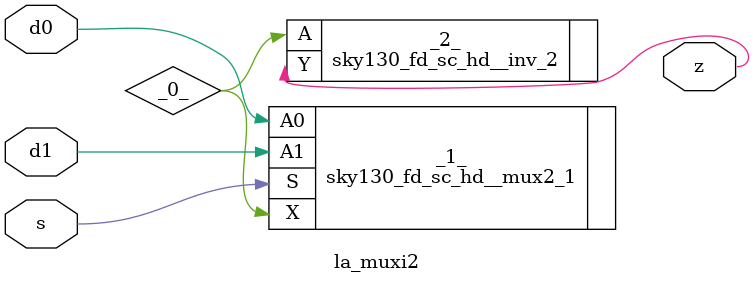
<source format=v>

module la_muxi2(d0, d1, s, z);
  wire _0_;
  input d0;
  input d1;
  input s;
  output z;
  sky130_fd_sc_hd__mux2_1 _1_ (
    .A0(d0),
    .A1(d1),
    .S(s),
    .X(_0_)
  );
  sky130_fd_sc_hd__inv_2 _2_ (
    .A(_0_),
    .Y(z)
  );
endmodule

</source>
